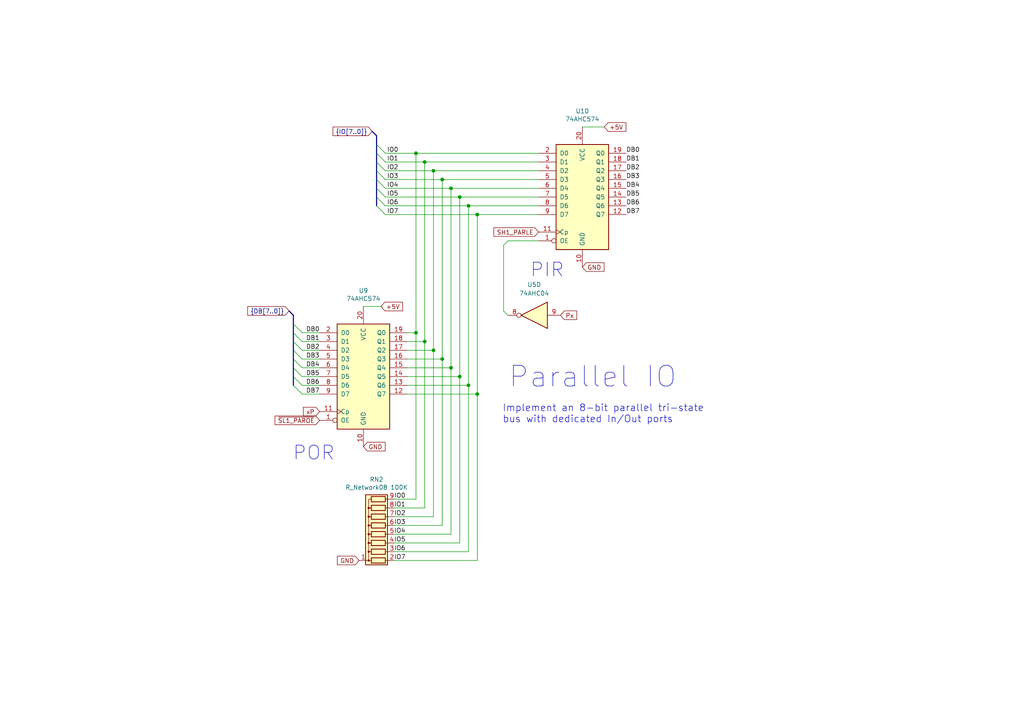
<source format=kicad_sch>
(kicad_sch (version 20231120) (generator "eeschema") (generator_version "8.0")
  (paper "A4")
  (title_block (title "Myth Microcontroller Project") (date "2024-09-19") (rev "1") (company "Picwok.com") (comment 1 "Project Contact: mim@ok-schalter.de (Michael)") (comment 2 "Author: Copyr. 2024 Michael Mangelsdorf/Dosflange@github") (comment 3 "Input-Output Module") (comment 4 "Parallel IO"))
  (lib_symbols
    (symbol "74xx:74AHC04"
      (property "Reference" "U" (at 0 1.27 0))
      (property "Value" "74AHC04" (at 0 -1.27 0))
      (symbol "74AHC04_1_0"
        (polyline (pts (xy -3.81 3.81) (xy -3.81 -3.81) (xy 3.81 0) (xy -3.81 3.81)) (stroke (width 0.254)) (fill (type background)))
        (pin input line (at -7.62 0 0) (length 3.81) (name "~") (number "1"))
        (pin output inverted (at 7.62 0 180) (length 3.81) (name "~") (number "2"))
      )
      (symbol "74AHC04_2_0"
        (polyline (pts (xy -3.81 3.81) (xy -3.81 -3.81) (xy 3.81 0) (xy -3.81 3.81)) (stroke (width 0.254)) (fill (type background)))
        (pin input line (at -7.62 0 0) (length 3.81) (name "~") (number "3"))
        (pin output inverted (at 7.62 0 180) (length 3.81) (name "~") (number "4"))
      )
      (symbol "74AHC04_3_0"
        (polyline (pts (xy -3.81 3.81) (xy -3.81 -3.81) (xy 3.81 0) (xy -3.81 3.81)) (stroke (width 0.254)) (fill (type background)))
        (pin input line (at -7.62 0 0) (length 3.81) (name "~") (number "5"))
        (pin output inverted (at 7.62 0 180) (length 3.81) (name "~") (number "6"))
      )
      (symbol "74AHC04_4_0"
        (polyline (pts (xy -3.81 3.81) (xy -3.81 -3.81) (xy 3.81 0) (xy -3.81 3.81)) (stroke (width 0.254)) (fill (type background)))
        (pin output inverted (at 7.62 0 180) (length 3.81) (name "~") (number "8"))
        (pin input line (at -7.62 0 0) (length 3.81) (name "~") (number "9"))
      )
      (symbol "74AHC04_5_0"
        (polyline (pts (xy -3.81 3.81) (xy -3.81 -3.81) (xy 3.81 0) (xy -3.81 3.81)) (stroke (width 0.254)) (fill (type background)))
        (pin output inverted (at 7.62 0 180) (length 3.81) (name "~") (number "10"))
        (pin input line (at -7.62 0 0) (length 3.81) (name "~") (number "11"))
      )
      (symbol "74AHC04_6_0"
        (polyline (pts (xy -3.81 3.81) (xy -3.81 -3.81) (xy 3.81 0) (xy -3.81 3.81)) (stroke (width 0.254)) (fill (type background)))
        (pin output inverted (at 7.62 0 180) (length 3.81) (name "~") (number "12"))
        (pin input line (at -7.62 0 0) (length 3.81) (name "~") (number "13"))
      )
      (symbol "74AHC04_7_0"
        (pin power_in line (at 0 12.7 270) (length 5.08) (name "VCC") (number "14"))
        (pin power_in line (at 0 -12.7 90) (length 5.08) (name "GND") (number "7"))
      )
      (symbol "74AHC04_7_1"
        (rectangle (start -5.08 7.62) (end 5.08 -7.62) (stroke (width 0.254)) (fill (type background)))
      )
    )
    (symbol "74xx:74LS574" (pin_names (offset 1.016))
      (property "Reference" "U" (at -7.62 16.51 0))
      (property "Value" "74LS574" (at -7.62 -16.51 0))
      (symbol "74LS574_1_0"
        (pin input inverted (at -12.7 -12.7 0) (length 5.08) (name "OE") (number "1"))
        (pin power_in line (at 0 -20.32 90) (length 5.08) (name "GND") (number "10"))
        (pin input clock (at -12.7 -10.16 0) (length 5.08) (name "Cp") (number "11"))
        (pin tri_state line (at 12.7 -5.08 180) (length 5.08) (name "Q7") (number "12"))
        (pin tri_state line (at 12.7 -2.54 180) (length 5.08) (name "Q6") (number "13"))
        (pin tri_state line (at 12.7 0 180) (length 5.08) (name "Q5") (number "14"))
        (pin tri_state line (at 12.7 2.54 180) (length 5.08) (name "Q4") (number "15"))
        (pin tri_state line (at 12.7 5.08 180) (length 5.08) (name "Q3") (number "16"))
        (pin tri_state line (at 12.7 7.62 180) (length 5.08) (name "Q2") (number "17"))
        (pin tri_state line (at 12.7 10.16 180) (length 5.08) (name "Q1") (number "18"))
        (pin tri_state line (at 12.7 12.7 180) (length 5.08) (name "Q0") (number "19"))
        (pin input line (at -12.7 12.7 0) (length 5.08) (name "D0") (number "2"))
        (pin power_in line (at 0 20.32 270) (length 5.08) (name "VCC") (number "20"))
        (pin input line (at -12.7 10.16 0) (length 5.08) (name "D1") (number "3"))
        (pin input line (at -12.7 7.62 0) (length 5.08) (name "D2") (number "4"))
        (pin input line (at -12.7 5.08 0) (length 5.08) (name "D3") (number "5"))
        (pin input line (at -12.7 2.54 0) (length 5.08) (name "D4") (number "6"))
        (pin input line (at -12.7 0 0) (length 5.08) (name "D5") (number "7"))
        (pin input line (at -12.7 -2.54 0) (length 5.08) (name "D6") (number "8"))
        (pin input line (at -12.7 -5.08 0) (length 5.08) (name "D7") (number "9"))
      )
      (symbol "74LS574_1_1"
        (rectangle (start -7.62 15.24) (end 7.62 -15.24) (stroke (width 0.254)) (fill (type background)))
      )
    )
    (symbol "Device:R_Network08" (pin_names (offset 0) hide)
      (property "Reference" "RN" (at -12.7 0 90))
      (property "Value" "R_Network08" (at 10.16 0 90))
      (symbol "R_Network08_0_1"
        (rectangle (start -11.43 -3.175) (end 8.89 3.175) (stroke (width 0.254)) (fill (type background)))
        (rectangle (start -10.922 1.524) (end -9.398 -2.54) (stroke (width 0.254)))
        (circle (center -10.16 2.286) (radius 0.254) (fill (type outline)))
        (rectangle (start -8.382 1.524) (end -6.858 -2.54) (stroke (width 0.254)))
        (circle (center -7.62 2.286) (radius 0.254) (fill (type outline)))
        (rectangle (start -5.842 1.524) (end -4.318 -2.54) (stroke (width 0.254)))
        (circle (center -5.08 2.286) (radius 0.254) (fill (type outline)))
        (rectangle (start -3.302 1.524) (end -1.778 -2.54) (stroke (width 0.254)))
        (circle (center -2.54 2.286) (radius 0.254) (fill (type outline)))
        (rectangle (start -0.762 1.524) (end 0.762 -2.54) (stroke (width 0.254)))
        (polyline (pts (xy -10.16 -2.54) (xy -10.16 -3.81)))
        (polyline (pts (xy -7.62 -2.54) (xy -7.62 -3.81)))
        (polyline (pts (xy -5.08 -2.54) (xy -5.08 -3.81)))
        (polyline (pts (xy -2.54 -2.54) (xy -2.54 -3.81)))
        (polyline (pts (xy 0 -2.54) (xy 0 -3.81)))
        (polyline (pts (xy 2.54 -2.54) (xy 2.54 -3.81)))
        (polyline (pts (xy 5.08 -2.54) (xy 5.08 -3.81)))
        (polyline (pts (xy 7.62 -2.54) (xy 7.62 -3.81)))
        (polyline (pts (xy -10.16 1.524) (xy -10.16 2.286) (xy -7.62 2.286) (xy -7.62 1.524)))
        (polyline (pts (xy -7.62 1.524) (xy -7.62 2.286) (xy -5.08 2.286) (xy -5.08 1.524)))
        (polyline (pts (xy -5.08 1.524) (xy -5.08 2.286) (xy -2.54 2.286) (xy -2.54 1.524)))
        (polyline (pts (xy -2.54 1.524) (xy -2.54 2.286) (xy 0 2.286) (xy 0 1.524)))
        (polyline (pts (xy 0 1.524) (xy 0 2.286) (xy 2.54 2.286) (xy 2.54 1.524)))
        (polyline (pts (xy 2.54 1.524) (xy 2.54 2.286) (xy 5.08 2.286) (xy 5.08 1.524)))
        (polyline (pts (xy 5.08 1.524) (xy 5.08 2.286) (xy 7.62 2.286) (xy 7.62 1.524)))
        (circle (center 0 2.286) (radius 0.254) (fill (type outline)))
        (rectangle (start 1.778 1.524) (end 3.302 -2.54) (stroke (width 0.254)))
        (circle (center 2.54 2.286) (radius 0.254) (fill (type outline)))
        (rectangle (start 4.318 1.524) (end 5.842 -2.54) (stroke (width 0.254)))
        (circle (center 5.08 2.286) (radius 0.254) (fill (type outline)))
        (rectangle (start 6.858 1.524) (end 8.382 -2.54) (stroke (width 0.254)))
      )
      (symbol "R_Network08_1_1"
        (pin passive line (at -10.16 5.08 270) (length 2.54) (name "common") (number "1"))
        (pin passive line (at -10.16 -5.08 90) (length 1.27) (name "R1") (number "2"))
        (pin passive line (at -7.62 -5.08 90) (length 1.27) (name "R2") (number "3"))
        (pin passive line (at -5.08 -5.08 90) (length 1.27) (name "R3") (number "4"))
        (pin passive line (at -2.54 -5.08 90) (length 1.27) (name "R4") (number "5"))
        (pin passive line (at 0 -5.08 90) (length 1.27) (name "R5") (number "6"))
        (pin passive line (at 2.54 -5.08 90) (length 1.27) (name "R6") (number "7"))
        (pin passive line (at 5.08 -5.08 90) (length 1.27) (name "R7") (number "8"))
        (pin passive line (at 7.62 -5.08 90) (length 1.27) (name "R8") (number "9"))
      )
    )
  )
  (junction (at 120.65 96.52))
  (junction (at 138.43 62.23))
  (junction (at 133.35 57.15))
  (junction (at 138.43 114.3))
  (junction (at 128.27 104.14))
  (junction (at 123.19 46.99))
  (junction (at 125.73 101.6))
  (junction (at 128.27 52.07))
  (junction (at 135.89 59.69))
  (junction (at 130.81 106.68))
  (junction (at 125.73 49.53))
  (junction (at 123.19 99.06))
  (junction (at 120.65 44.45))
  (junction (at 133.35 109.22))
  (junction (at 130.81 54.61))
  (junction (at 135.89 111.76))
  (bus_entry (at 85.09 111.76) (size 2.54 2.54))
  (bus_entry (at 85.09 109.22) (size 2.54 2.54))
  (bus_entry (at 109.22 46.99) (size 2.54 2.54))
  (bus_entry (at 109.22 41.91) (size 2.54 2.54))
  (bus_entry (at 85.09 101.6) (size 2.54 2.54))
  (bus_entry (at 109.22 52.07) (size 2.54 2.54))
  (bus_entry (at 85.09 93.98) (size 2.54 2.54))
  (bus_entry (at 109.22 44.45) (size 2.54 2.54))
  (bus_entry (at 109.22 59.69) (size 2.54 2.54))
  (bus_entry (at 109.22 57.15) (size 2.54 2.54))
  (bus_entry (at 85.09 106.68) (size 2.54 2.54))
  (bus_entry (at 109.22 49.53) (size 2.54 2.54))
  (bus_entry (at 85.09 104.14) (size 2.54 2.54))
  (bus_entry (at 85.09 96.52) (size 2.54 2.54))
  (bus_entry (at 85.09 99.06) (size 2.54 2.54))
  (bus_entry (at 109.22 54.61) (size 2.54 2.54))
  (bus (pts (xy 109.22 46.99) (xy 109.22 44.45)))
  (wire (pts (xy 120.65 96.52) (xy 120.65 44.45)))
  (bus (pts (xy 109.22 57.15) (xy 109.22 54.61)))
  (wire (pts (xy 87.63 96.52) (xy 92.71 96.52)))
  (wire (pts (xy 138.43 162.56) (xy 138.43 114.3)))
  (bus (pts (xy 85.09 106.68) (xy 85.09 104.14)))
  (wire (pts (xy 125.73 101.6) (xy 125.73 149.86)))
  (wire (pts (xy 87.63 106.68) (xy 92.71 106.68)))
  (wire (pts (xy 120.65 44.45) (xy 156.21 44.45)))
  (wire (pts (xy 128.27 104.14) (xy 128.27 152.4)))
  (bus (pts (xy 85.09 109.22) (xy 85.09 106.68)))
  (wire (pts (xy 118.11 99.06) (xy 123.19 99.06)))
  (bus (pts (xy 109.22 49.53) (xy 109.22 46.99)))
  (wire (pts (xy 133.35 57.15) (xy 156.21 57.15)))
  (wire (pts (xy 135.89 59.69) (xy 156.21 59.69)))
  (bus (pts (xy 85.09 99.06) (xy 85.09 96.52)))
  (wire (pts (xy 118.11 104.14) (xy 128.27 104.14)))
  (wire (pts (xy 138.43 114.3) (xy 138.43 62.23)))
  (wire (pts (xy 118.11 109.22) (xy 133.35 109.22)))
  (wire (pts (xy 114.3 157.48) (xy 133.35 157.48)))
  (wire (pts (xy 128.27 52.07) (xy 128.27 104.14)))
  (wire (pts (xy 87.63 99.06) (xy 92.71 99.06)))
  (wire (pts (xy 125.73 49.53) (xy 125.73 101.6)))
  (wire (pts (xy 87.63 114.3) (xy 92.71 114.3)))
  (wire (pts (xy 128.27 52.07) (xy 156.21 52.07)))
  (bus (pts (xy 109.22 59.69) (xy 109.22 57.15)))
  (wire (pts (xy 111.76 62.23) (xy 138.43 62.23)))
  (wire (pts (xy 146.05 71.12) (xy 146.05 90.17)))
  (wire (pts (xy 120.65 144.78) (xy 120.65 96.52)))
  (wire (pts (xy 130.81 106.68) (xy 130.81 54.61)))
  (wire (pts (xy 110.49 88.9) (xy 105.41 88.9)))
  (bus (pts (xy 83.82 90.17) (xy 85.09 91.44)))
  (wire (pts (xy 111.76 54.61) (xy 130.81 54.61)))
  (bus (pts (xy 109.22 52.07) (xy 109.22 49.53)))
  (wire (pts (xy 147.32 91.44) (xy 146.05 90.17)))
  (wire (pts (xy 118.11 96.52) (xy 120.65 96.52)))
  (wire (pts (xy 111.76 59.69) (xy 135.89 59.69)))
  (wire (pts (xy 133.35 157.48) (xy 133.35 109.22)))
  (wire (pts (xy 111.76 52.07) (xy 128.27 52.07)))
  (bus (pts (xy 109.22 54.61) (xy 109.22 52.07)))
  (wire (pts (xy 114.3 149.86) (xy 125.73 149.86)))
  (bus (pts (xy 107.95 38.1) (xy 109.22 39.37)))
  (wire (pts (xy 111.76 57.15) (xy 133.35 57.15)))
  (bus (pts (xy 85.09 96.52) (xy 85.09 93.98)))
  (wire (pts (xy 114.3 147.32) (xy 123.19 147.32)))
  (wire (pts (xy 118.11 101.6) (xy 125.73 101.6)))
  (wire (pts (xy 123.19 46.99) (xy 156.21 46.99)))
  (wire (pts (xy 87.63 101.6) (xy 92.71 101.6)))
  (wire (pts (xy 175.26 36.83) (xy 168.91 36.83)))
  (wire (pts (xy 135.89 160.02) (xy 135.89 111.76)))
  (wire (pts (xy 114.3 154.94) (xy 130.81 154.94)))
  (wire (pts (xy 135.89 111.76) (xy 135.89 59.69)))
  (wire (pts (xy 118.11 111.76) (xy 135.89 111.76)))
  (wire (pts (xy 87.63 104.14) (xy 92.71 104.14)))
  (wire (pts (xy 123.19 147.32) (xy 123.19 99.06)))
  (bus (pts (xy 109.22 41.91) (xy 109.22 39.37)))
  (wire (pts (xy 123.19 99.06) (xy 123.19 46.99)))
  (wire (pts (xy 114.3 152.4) (xy 128.27 152.4)))
  (wire (pts (xy 87.63 111.76) (xy 92.71 111.76)))
  (wire (pts (xy 130.81 54.61) (xy 156.21 54.61)))
  (wire (pts (xy 114.3 162.56) (xy 138.43 162.56)))
  (wire (pts (xy 111.76 44.45) (xy 120.65 44.45)))
  (wire (pts (xy 133.35 109.22) (xy 133.35 57.15)))
  (wire (pts (xy 147.32 69.85) (xy 156.21 69.85)))
  (wire (pts (xy 87.63 109.22) (xy 92.71 109.22)))
  (wire (pts (xy 118.11 106.68) (xy 130.81 106.68)))
  (wire (pts (xy 138.43 62.23) (xy 156.21 62.23)))
  (bus (pts (xy 85.09 101.6) (xy 85.09 99.06)))
  (wire (pts (xy 114.3 160.02) (xy 135.89 160.02)))
  (wire (pts (xy 118.11 114.3) (xy 138.43 114.3)))
  (wire (pts (xy 146.05 71.12) (xy 147.32 69.85)))
  (wire (pts (xy 111.76 49.53) (xy 125.73 49.53)))
  (wire (pts (xy 114.3 144.78) (xy 120.65 144.78)))
  (bus (pts (xy 85.09 111.76) (xy 85.09 109.22)))
  (bus (pts (xy 109.22 44.45) (xy 109.22 41.91)))
  (wire (pts (xy 111.76 46.99) (xy 123.19 46.99)))
  (bus (pts (xy 85.09 93.98) (xy 85.09 91.44)))
  (bus (pts (xy 85.09 104.14) (xy 85.09 101.6)))
  (wire (pts (xy 130.81 154.94) (xy 130.81 106.68)))
  (wire (pts (xy 125.73 49.53) (xy 156.21 49.53)))
  (text "Implement an 8-bit parallel tri-state\nbus with dedicated In/Out ports" (at 145.7314 122.8574 0) (effects (font (size 2 2)) (justify left bottom)))
  (text "PIR" (at 153.67 80.772 0) (effects (font (size 4 4)) (justify left bottom)))
  (text "POR" (at 84.836 133.858 0) (effects (font (size 4 4)) (justify left bottom)))
  (text "Parallel IO" (at 147.3962 112.9538 0) (effects (font (size 6 6)) (justify left bottom)))
  (label "DB0" (at 181.61 44.45 0))
  (label "DB6" (at 181.61 59.69 0))
  (label "IO1" (at 114.3 147.32 0))
  (label "IO5" (at 115.57 57.15 180))
  (label "IO4" (at 115.57 54.61 180))
  (label "DB7" (at 92.71 114.3 180))
  (label "DB6" (at 92.71 111.76 180))
  (label "IO0" (at 115.57 44.45 180))
  (label "DB3" (at 92.71 104.14 180))
  (label "DB5" (at 181.61 57.15 0))
  (label "IO6" (at 115.57 59.69 180))
  (label "IO2" (at 114.3 149.86 0))
  (label "IO2" (at 115.57 49.53 180))
  (label "DB1" (at 181.61 46.99 0))
  (label "IO0" (at 114.3 144.78 0))
  (label "IO4" (at 114.3 154.94 0))
  (label "IO3" (at 114.3 152.4 0))
  (label "IO7" (at 115.57 62.23 180))
  (label "IO6" (at 114.3 160.02 0))
  (label "IO5" (at 114.3 157.48 0))
  (label "DB4" (at 181.61 54.61 0))
  (label "DB0" (at 92.71 96.52 180))
  (label "IO1" (at 115.57 46.99 180))
  (label "DB4" (at 92.71 106.68 180))
  (label "DB3" (at 181.61 52.07 0))
  (label "DB5" (at 92.71 109.22 180))
  (label "DB2" (at 181.61 49.53 0))
  (label "DB7" (at 181.61 62.23 0))
  (label "IO3" (at 115.57 52.07 180))
  (label "DB1" (at 92.71 99.06 180))
  (label "DB2" (at 92.71 101.6 180))
  (label "IO7" (at 114.3 162.56 0))
  (global_label "+5V" (shape input) (at 110.49 88.9 0) (property "Intersheetrefs" "${INTERSHEET_REFS}" (effects (hide yes))))
  (global_label "{IO[7..0]}" (shape input) (at 107.95 38.1 180) (property "Intersheetrefs" "${INTERSHEET_REFS}" (effects (hide yes))))
  (global_label "{DB[7..0]}" (shape input) (at 83.82 90.17 180) (property "Intersheetrefs" "${INTERSHEET_REFS}" (effects (hide yes))))
  (global_label "GND" (shape input) (at 168.91 77.47 0) (property "Intersheetrefs" "${INTERSHEET_REFS}" (effects (hide yes))))
  (global_label "GND" (shape input) (at 104.14 162.56 180) (property "Intersheetrefs" "${INTERSHEET_REFS}" (effects (hide yes))))
  (global_label "GND" (shape input) (at 105.41 129.54 0) (property "Intersheetrefs" "${INTERSHEET_REFS}" (effects (hide yes))))
  (global_label "Px" (shape input) (at 162.56 91.44 0) (property "Intersheetrefs" "${INTERSHEET_REFS}" (effects (hide yes))))
  (global_label "SH1_PARLE" (shape input) (at 156.21 67.31 180) (property "Intersheetrefs" "${INTERSHEET_REFS}" (effects (hide yes))))
  (global_label "+5V" (shape input) (at 175.26 36.83 0) (property "Intersheetrefs" "${INTERSHEET_REFS}" (effects (hide yes))))
  (global_label "~{SL1_PAROE}" (shape input) (at 92.71 121.92 180) (property "Intersheetrefs" "${INTERSHEET_REFS}" (effects (hide yes))))
  (global_label "xP" (shape input) (at 92.71 119.38 180) (property "Intersheetrefs" "${INTERSHEET_REFS}" (effects (hide yes))))
  (symbol (lib_id "Device:R_Network08") (at 109.22 152.4 90) (unit 1)
    (property "Reference" "RN2" (at 109.22 139.065 90))
    (property "Value" "R_Network08 100K" (at 109.22 141.3764 90))
    (property "Footprint" "Resistor_THT:R_Array_SIP9" (effects (hide yes)))
    (property "Datasheet" "http://www.vishay.com/docs/31509/csc.pdf" (effects (hide yes)))
  )
  (symbol (lib_id "74xx:74AHC04") (at 154.94 91.44 180) (unit 4)
    (property "Reference" "U5" (at 154.94 82.55 0))
    (property "Value" "74AHC04" (at 154.94 85.09 0))
    (property "Footprint" "Package_DIP:DIP-14_W7.62mm_Socket_LongPads" (effects (hide yes)))
    (property "Datasheet" "https://assets.nexperia.com/documents/data-sheet/74AHC_AHCT04.pdf" (effects (hide yes)))
    (property "Description" "Hex Inverter" (effects (hide yes)))
  )
  (symbol (lib_id "74xx:74LS574") (at 105.41 109.22 0) (unit 1)
    (property "Reference" "U9" (at 105.41 84.3026 0))
    (property "Value" "74AHC574" (at 105.41 86.614 0))
    (property "Footprint" "Package_DIP:DIP-20_W7.62mm_Socket_LongPads" (effects (hide yes)))
    (property "Datasheet" "http://www.ti.com/lit/gpn/sn74LS574" (effects (hide yes)))
  )
  (symbol (lib_id "74xx:74LS574") (at 168.91 57.15 0) (unit 1)
    (property "Reference" "U10" (at 168.91 32.2326 0))
    (property "Value" "74AHC574" (at 168.91 34.544 0))
    (property "Footprint" "Package_DIP:DIP-20_W7.62mm_Socket_LongPads" (effects (hide yes)))
    (property "Datasheet" "http://www.ti.com/lit/gpn/sn74LS574" (effects (hide yes)))
  )
)
</source>
